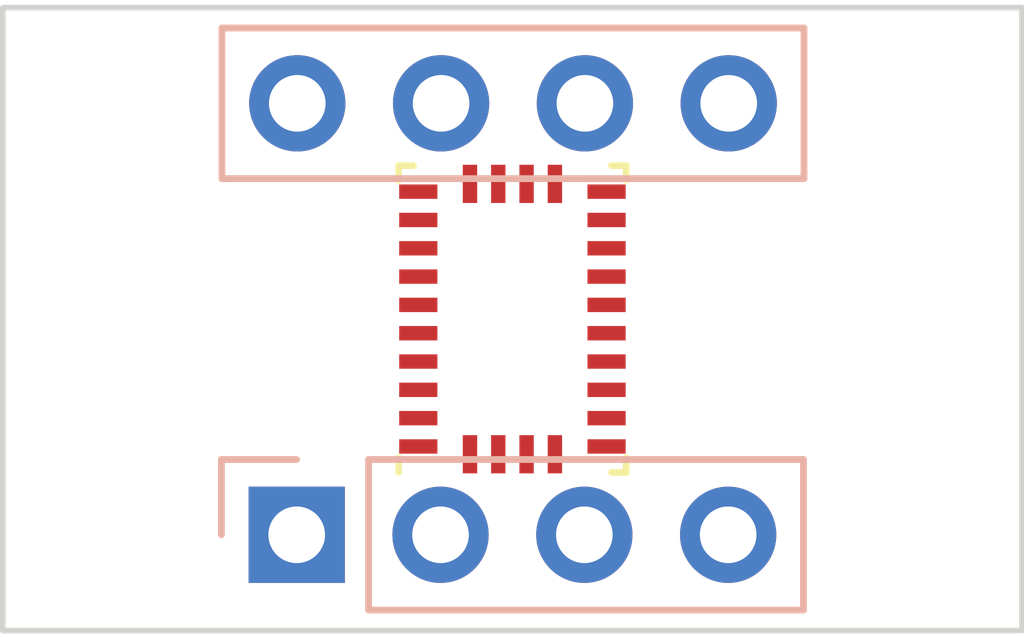
<source format=kicad_pcb>
(kicad_pcb (version 20221018) (generator pcbnew)
  (layers (0 "F.Cu" signal) (31 "B.Cu" signal) (34 "B.Paste" user) (35 "F.Paste" user) (36 "B.SilkS" user "B.Silkscreen") (37 "F.SilkS" user "F.Silkscreen") (38 "B.Mask" user) (39 "F.Mask" user) (44 "Edge.Cuts" user))
  (net 0 "")
  (footprint "Package_LGA:LGA-28_5.2x3.8mm_P0.5mm" (layer "F.Cu") (at 9 5.5 90)
    (fp_text reference "REF**" hide)
    (fp_text value "LGA-28_5.2x3.8mm_P0.5mm" hide)
    (fp_line (start -2.71 -2.01) (end -2.45 -2.01) (stroke (width 0.12)) (layer "F.SilkS"))
    (fp_line (start -2.71 2.01) (end -2.71 1.75) (stroke (width 0.12)) (layer "F.SilkS"))
    (fp_line (start -2.71 2.01) (end -2.45 2.01) (stroke (width 0.12)) (layer "F.SilkS"))
    (fp_line (start 2.71 -2.01) (end 2.45 -2.01) (stroke (width 0.12)) (layer "F.SilkS"))
    (fp_line (start 2.71 -2.01) (end 2.71 -1.75) (stroke (width 0.12)) (layer "F.SilkS"))
    (fp_line (start 2.71 2.01) (end 2.45 2.01) (stroke (width 0.12)) (layer "F.SilkS"))
    (fp_line (start 2.71 2.01) (end 2.71 1.75) (stroke (width 0.12)) (layer "F.SilkS"))
    (pad "1" smd rect (at -2.25 -1.6625 90) (size 0.254 0.675) (layers "F.Cu" "F.Paste" "F.Mask"))
    (pad "2" smd rect (at -2.3875 -0.75 180) (size 0.254 0.675) (layers "F.Cu" "F.Paste" "F.Mask"))
    (pad "3" smd rect (at -2.3875 -0.25 180) (size 0.254 0.675) (layers "F.Cu" "F.Paste" "F.Mask"))
    (pad "4" smd rect (at -2.3875 0.25 180) (size 0.254 0.675) (layers "F.Cu" "F.Paste" "F.Mask"))
    (pad "5" smd rect (at -2.3875 0.75 180) (size 0.254 0.675) (layers "F.Cu" "F.Paste" "F.Mask"))
    (pad "6" smd rect (at -2.25 1.6625 90) (size 0.254 0.675) (layers "F.Cu" "F.Paste" "F.Mask"))
    (pad "7" smd rect (at -1.75 1.6625 90) (size 0.254 0.675) (layers "F.Cu" "F.Paste" "F.Mask"))
    (pad "8" smd rect (at -1.25 1.6625 90) (size 0.254 0.675) (layers "F.Cu" "F.Paste" "F.Mask"))
    (pad "9" smd rect (at -0.75 1.6625 90) (size 0.254 0.675) (layers "F.Cu" "F.Paste" "F.Mask"))
    (pad "10" smd rect (at -0.25 1.6625 90) (size 0.254 0.675) (layers "F.Cu" "F.Paste" "F.Mask"))
    (pad "11" smd rect (at 0.25 1.6625 90) (size 0.254 0.675) (layers "F.Cu" "F.Paste" "F.Mask"))
    (pad "12" smd rect (at 0.75 1.6625 90) (size 0.254 0.675) (layers "F.Cu" "F.Paste" "F.Mask"))
    (pad "13" smd rect (at 1.25 1.6625 90) (size 0.254 0.675) (layers "F.Cu" "F.Paste" "F.Mask"))
    (pad "14" smd rect (at 1.75 1.6625 90) (size 0.254 0.675) (layers "F.Cu" "F.Paste" "F.Mask"))
    (pad "15" smd rect (at 2.25 1.6625 90) (size 0.254 0.675) (layers "F.Cu" "F.Paste" "F.Mask"))
    (pad "16" smd rect (at 2.3875 0.75 180) (size 0.254 0.675) (layers "F.Cu" "F.Paste" "F.Mask"))
    (pad "17" smd rect (at 2.3875 0.25 180) (size 0.254 0.675) (layers "F.Cu" "F.Paste" "F.Mask"))
    (pad "18" smd rect (at 2.3875 -0.25 180) (size 0.254 0.675) (layers "F.Cu" "F.Paste" "F.Mask"))
    (pad "19" smd rect (at 2.3875 -0.75 180) (size 0.254 0.675) (layers "F.Cu" "F.Paste" "F.Mask"))
    (pad "20" smd rect (at 2.25 -1.6625 90) (size 0.254 0.675) (layers "F.Cu" "F.Paste" "F.Mask"))
    (pad "21" smd rect (at 1.75 -1.6625 90) (size 0.254 0.675) (layers "F.Cu" "F.Paste" "F.Mask"))
    (pad "22" smd rect (at 1.25 -1.6625 90) (size 0.254 0.675) (layers "F.Cu" "F.Paste" "F.Mask"))
    (pad "23" smd rect (at 0.75 -1.6625 90) (size 0.254 0.675) (layers "F.Cu" "F.Paste" "F.Mask"))
    (pad "24" smd rect (at 0.25 -1.6625 90) (size 0.254 0.675) (layers "F.Cu" "F.Paste" "F.Mask"))
    (pad "25" smd rect (at -0.25 -1.6625 90) (size 0.254 0.675) (layers "F.Cu" "F.Paste" "F.Mask"))
    (pad "26" smd rect (at -0.75 -1.6625 90) (size 0.254 0.675) (layers "F.Cu" "F.Paste" "F.Mask"))
    (pad "27" smd rect (at -1.25 -1.6625 90) (size 0.254 0.675) (layers "F.Cu" "F.Paste" "F.Mask"))
    (pad "28" smd rect (at -1.75 -1.6625 90) (size 0.254 0.675) (layers "F.Cu" "F.Paste" "F.Mask"))
  )
  (footprint "Connector_PinHeader_2.54mm:PinHeader_1x04_P2.54mm_Vertical" (layer "B.Cu") (at 5.19 9.31 -90)
    (fp_text reference "REF**" hide)
    (fp_text value "PinHeader_1x04_P2.54mm_Vertical" hide)
    (fp_line (start -1.33 -8.95) (end 1.33 -8.95) (stroke (width 0.12)) (layer "B.SilkS"))
    (fp_line (start -1.33 -1.27) (end -1.33 -8.95) (stroke (width 0.12)) (layer "B.SilkS"))
    (fp_line (start -1.33 -1.27) (end 1.33 -1.27) (stroke (width 0.12)) (layer "B.SilkS"))
    (fp_line (start -1.33 0) (end -1.33 1.33) (stroke (width 0.12)) (layer "B.SilkS"))
    (fp_line (start -1.33 1.33) (end 0 1.33) (stroke (width 0.12)) (layer "B.SilkS"))
    (fp_line (start 1.33 -1.27) (end 1.33 -8.95) (stroke (width 0.12)) (layer "B.SilkS"))
    (pad "1" thru_hole rect (at 0 0 270) (size 1.7 1.7) (drill 1) (layers "*.Cu" "*.Mask"))
    (pad "2" thru_hole oval (at 0 -2.54 270) (size 1.7 1.7) (drill 1) (layers "*.Cu" "*.Mask"))
    (pad "3" thru_hole oval (at 0 -5.08 270) (size 1.7 1.7) (drill 1) (layers "*.Cu" "*.Mask"))
    (pad "4" thru_hole oval (at 0 -7.62 270) (size 1.7 1.7) (drill 1) (layers "*.Cu" "*.Mask"))
  )
  (footprint "Connector_PinHeader_2.54mm:PinHeader_1x04_P2.54mm_Vertical" (layer "B.Cu") (at 5.2 1.69 -90)
    (fp_text reference "REF**" hide)
    (fp_text value "PinHeader_1x04_P2.54mm_Vertical" hide)
    (fp_line (start -1.33 -8.95) (end 1.33 -8.95) (stroke (width 0.12)) (layer "B.SilkS"))
    (fp_line (start -1.33 1.33) (end -1.33 -8.95) (stroke (width 0.12)) (layer "B.SilkS"))
    (fp_line (start -1.33 1.33) (end 1.33 1.33) (stroke (width 0.12)) (layer "B.SilkS"))
    (fp_line (start 1.33 1.33) (end 1.33 -8.95) (stroke (width 0.12)) (layer "B.SilkS"))
    (pad "1" thru_hole oval (at 0 0 270) (size 1.7 1.7) (drill 1) (layers "*.Cu" "*.Mask"))
    (pad "2" thru_hole oval (at 0 -2.54 270) (size 1.7 1.7) (drill 1) (layers "*.Cu" "*.Mask"))
    (pad "3" thru_hole oval (at 0 -5.08 270) (size 1.7 1.7) (drill 1) (layers "*.Cu" "*.Mask"))
    (pad "4" thru_hole oval (at 0 -7.62 270) (size 1.7 1.7) (drill 1) (layers "*.Cu" "*.Mask"))
  )
  (gr_rect (start 0 0) (end 18 11) (stroke (width 0.1)) (fill none) (layer "Edge.Cuts"))
)
</source>
